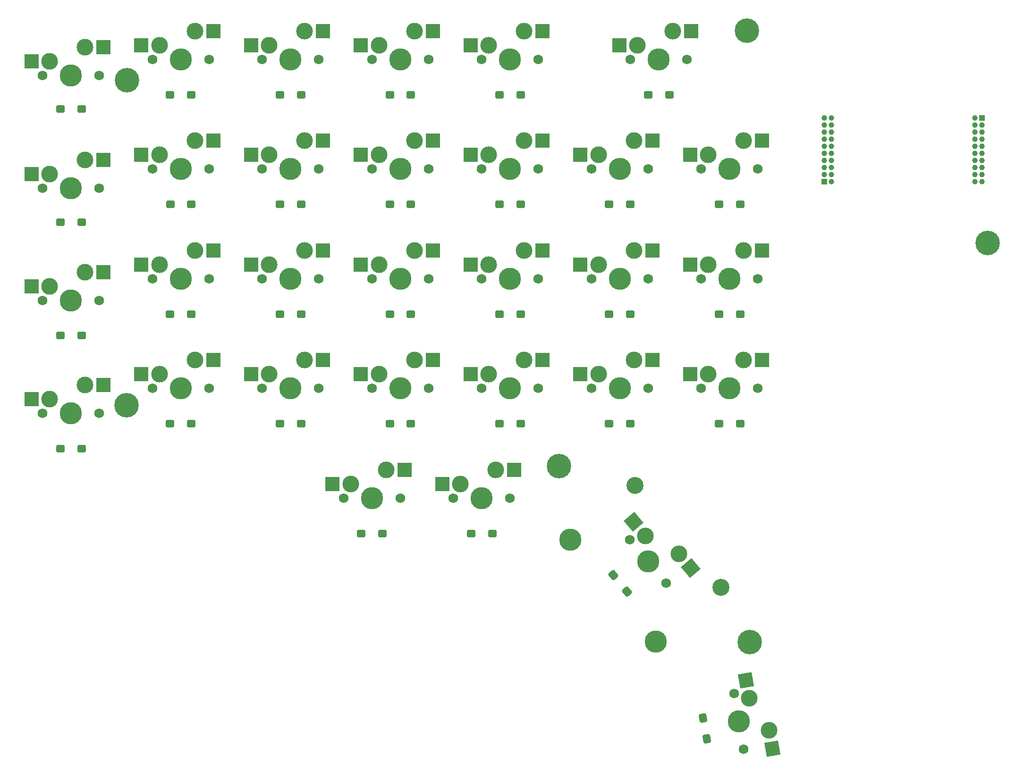
<source format=gbr>
%TF.GenerationSoftware,KiCad,Pcbnew,7.0.1*%
%TF.CreationDate,2023-03-23T04:50:53+01:00*%
%TF.ProjectId,Tiamat_v01_badge,5469616d-6174-45f7-9630-315f62616467,rev?*%
%TF.SameCoordinates,Original*%
%TF.FileFunction,Soldermask,Bot*%
%TF.FilePolarity,Negative*%
%FSLAX46Y46*%
G04 Gerber Fmt 4.6, Leading zero omitted, Abs format (unit mm)*
G04 Created by KiCad (PCBNEW 7.0.1) date 2023-03-23 04:50:53*
%MOMM*%
%LPD*%
G01*
G04 APERTURE LIST*
G04 Aperture macros list*
%AMRoundRect*
0 Rectangle with rounded corners*
0 $1 Rounding radius*
0 $2 $3 $4 $5 $6 $7 $8 $9 X,Y pos of 4 corners*
0 Add a 4 corners polygon primitive as box body*
4,1,4,$2,$3,$4,$5,$6,$7,$8,$9,$2,$3,0*
0 Add four circle primitives for the rounded corners*
1,1,$1+$1,$2,$3*
1,1,$1+$1,$4,$5*
1,1,$1+$1,$6,$7*
1,1,$1+$1,$8,$9*
0 Add four rect primitives between the rounded corners*
20,1,$1+$1,$2,$3,$4,$5,0*
20,1,$1+$1,$4,$5,$6,$7,0*
20,1,$1+$1,$6,$7,$8,$9,0*
20,1,$1+$1,$8,$9,$2,$3,0*%
%AMRotRect*
0 Rectangle, with rotation*
0 The origin of the aperture is its center*
0 $1 length*
0 $2 width*
0 $3 Rotation angle, in degrees counterclockwise*
0 Add horizontal line*
21,1,$1,$2,0,0,$3*%
G04 Aperture macros list end*
%ADD10R,2.550000X2.500000*%
%ADD11C,1.750000*%
%ADD12C,3.000000*%
%ADD13C,3.987800*%
%ADD14C,4.400000*%
%ADD15RotRect,2.550000X2.500000X310.000000*%
%ADD16C,3.048000*%
%ADD17RotRect,2.550000X2.500000X280.000000*%
%ADD18C,1.000000*%
%ADD19R,1.000000X1.000000*%
%ADD20RoundRect,0.350000X-0.422824X0.382387X-0.266541X-0.503940X0.422824X-0.382387X0.266541X0.503940X0*%
%ADD21RoundRect,0.350000X0.422824X-0.382387X0.266541X0.503940X-0.422824X0.382387X-0.266541X-0.503940X0*%
%ADD22RoundRect,0.350000X-0.450000X-0.350000X0.450000X-0.350000X0.450000X0.350000X-0.450000X0.350000X0*%
%ADD23RoundRect,0.350000X0.450000X0.350000X-0.450000X0.350000X-0.450000X-0.350000X0.450000X-0.350000X0*%
%ADD24RoundRect,0.350000X-0.557370X0.119744X0.021139X-0.569696X0.557370X-0.119744X-0.021139X0.569696X0*%
%ADD25RoundRect,0.350000X0.557370X-0.119744X-0.021139X0.569696X-0.557370X0.119744X0.021139X-0.569696X0*%
G04 APERTURE END LIST*
D10*
%TO.C,SW1*%
X37070500Y-30232300D03*
X24143500Y-32772300D03*
D11*
X36308500Y-35312300D03*
X26148500Y-35312300D03*
D12*
X27418500Y-32772300D03*
D13*
X31228500Y-35312300D03*
D12*
X33768500Y-30232300D03*
%TD*%
D14*
%TO.C,H6*%
X41275000Y-36195000D03*
%TD*%
%TO.C,H5*%
X41148000Y-94488000D03*
%TD*%
D12*
%TO.C,SW27*%
X140257686Y-121181186D03*
D13*
X134733500Y-122500794D03*
D12*
X134230232Y-117949484D03*
D11*
X131468139Y-118609288D03*
X137998861Y-126392300D03*
D15*
X132125103Y-115440689D03*
X142380171Y-123710665D03*
D16*
X147757919Y-127155961D03*
X132410722Y-108865884D03*
D13*
X136083402Y-136952044D03*
X120736205Y-118661967D03*
%TD*%
D12*
%TO.C,SW31*%
X156440257Y-152853756D03*
D13*
X150996367Y-151234477D03*
D12*
X152836179Y-147041293D03*
D11*
X150114234Y-146231654D03*
X151878500Y-156237300D03*
D17*
X152267481Y-143816048D03*
X157013643Y-156105591D03*
%TD*%
D12*
%TO.C,SW30*%
X151878500Y-86387300D03*
D13*
X149338500Y-91467300D03*
D12*
X145528500Y-88927300D03*
D11*
X144258500Y-91467300D03*
X154418500Y-91467300D03*
D10*
X142253500Y-88927300D03*
X155180500Y-86387300D03*
%TD*%
D12*
%TO.C,SW29*%
X151878500Y-66702300D03*
D13*
X149338500Y-71782300D03*
D12*
X145528500Y-69242300D03*
D11*
X144258500Y-71782300D03*
X154418500Y-71782300D03*
D10*
X142253500Y-69242300D03*
X155180500Y-66702300D03*
%TD*%
%TO.C,SW28*%
X155180500Y-47017300D03*
X142253500Y-49557300D03*
D11*
X154418500Y-52097300D03*
X144258500Y-52097300D03*
D12*
X145528500Y-49557300D03*
D13*
X149338500Y-52097300D03*
D12*
X151878500Y-47017300D03*
%TD*%
D10*
%TO.C,SW26*%
X135495500Y-86387300D03*
X122568500Y-88927300D03*
D11*
X134733500Y-91467300D03*
X124573500Y-91467300D03*
D12*
X125843500Y-88927300D03*
D13*
X129653500Y-91467300D03*
D12*
X132193500Y-86387300D03*
%TD*%
%TO.C,SW25*%
X132193500Y-66702300D03*
D13*
X129653500Y-71782300D03*
D12*
X125843500Y-69242300D03*
D11*
X124573500Y-71782300D03*
X134733500Y-71782300D03*
D10*
X122568500Y-69242300D03*
X135495500Y-66702300D03*
%TD*%
D12*
%TO.C,SW24*%
X132193500Y-47017300D03*
D13*
X129653500Y-52097300D03*
D12*
X125843500Y-49557300D03*
D11*
X124573500Y-52097300D03*
X134733500Y-52097300D03*
D10*
X122568500Y-49557300D03*
X135495500Y-47017300D03*
%TD*%
D12*
%TO.C,SW22*%
X107428500Y-106072300D03*
D13*
X104888500Y-111152300D03*
D12*
X101078500Y-108612300D03*
D11*
X99808500Y-111152300D03*
X109968500Y-111152300D03*
D10*
X97803500Y-108612300D03*
X110730500Y-106072300D03*
%TD*%
D12*
%TO.C,SW21*%
X112508500Y-86387300D03*
D13*
X109968500Y-91467300D03*
D12*
X106158500Y-88927300D03*
D11*
X104888500Y-91467300D03*
X115048500Y-91467300D03*
D10*
X102883500Y-88927300D03*
X115810500Y-86387300D03*
%TD*%
D12*
%TO.C,SW20*%
X112508500Y-66702300D03*
D13*
X109968500Y-71782300D03*
D12*
X106158500Y-69242300D03*
D11*
X104888500Y-71782300D03*
X115048500Y-71782300D03*
D10*
X102883500Y-69242300D03*
X115810500Y-66702300D03*
%TD*%
%TO.C,SW19*%
X115810500Y-47017300D03*
X102883500Y-49557300D03*
D11*
X115048500Y-52097300D03*
X104888500Y-52097300D03*
D12*
X106158500Y-49557300D03*
D13*
X109968500Y-52097300D03*
D12*
X112508500Y-47017300D03*
%TD*%
%TO.C,SW18*%
X112508500Y-27332300D03*
D13*
X109968500Y-32412300D03*
D12*
X106158500Y-29872300D03*
D11*
X104888500Y-32412300D03*
X115048500Y-32412300D03*
D10*
X102883500Y-29872300D03*
X115810500Y-27332300D03*
%TD*%
D12*
%TO.C,SW17*%
X87743500Y-106072300D03*
D13*
X85203500Y-111152300D03*
D12*
X81393500Y-108612300D03*
D11*
X80123500Y-111152300D03*
X90283500Y-111152300D03*
D10*
X78118500Y-108612300D03*
X91045500Y-106072300D03*
%TD*%
D12*
%TO.C,SW16*%
X92823500Y-86387300D03*
D13*
X90283500Y-91467300D03*
D12*
X86473500Y-88927300D03*
D11*
X85203500Y-91467300D03*
X95363500Y-91467300D03*
D10*
X83198500Y-88927300D03*
X96125500Y-86387300D03*
%TD*%
D12*
%TO.C,SW15*%
X92823500Y-66702300D03*
D13*
X90283500Y-71782300D03*
D12*
X86473500Y-69242300D03*
D11*
X85203500Y-71782300D03*
X95363500Y-71782300D03*
D10*
X83198500Y-69242300D03*
X96125500Y-66702300D03*
%TD*%
D12*
%TO.C,SW14*%
X92823500Y-47017300D03*
D13*
X90283500Y-52097300D03*
D12*
X86473500Y-49557300D03*
D11*
X85203500Y-52097300D03*
X95363500Y-52097300D03*
D10*
X83198500Y-49557300D03*
X96125500Y-47017300D03*
%TD*%
%TO.C,SW13*%
X96125500Y-27332300D03*
X83198500Y-29872300D03*
D11*
X95363500Y-32412300D03*
X85203500Y-32412300D03*
D12*
X86473500Y-29872300D03*
D13*
X90283500Y-32412300D03*
D12*
X92823500Y-27332300D03*
%TD*%
%TO.C,SW12*%
X73138500Y-86387300D03*
D13*
X70598500Y-91467300D03*
D12*
X66788500Y-88927300D03*
D11*
X65518500Y-91467300D03*
X75678500Y-91467300D03*
D10*
X63513500Y-88927300D03*
X76440500Y-86387300D03*
%TD*%
D12*
%TO.C,SW11*%
X73138500Y-66702300D03*
D13*
X70598500Y-71782300D03*
D12*
X66788500Y-69242300D03*
D11*
X65518500Y-71782300D03*
X75678500Y-71782300D03*
D10*
X63513500Y-69242300D03*
X76440500Y-66702300D03*
%TD*%
D12*
%TO.C,SW10*%
X73138500Y-47017300D03*
D13*
X70598500Y-52097300D03*
D12*
X66788500Y-49557300D03*
D11*
X65518500Y-52097300D03*
X75678500Y-52097300D03*
D10*
X63513500Y-49557300D03*
X76440500Y-47017300D03*
%TD*%
D12*
%TO.C,SW9*%
X73138500Y-27332300D03*
D13*
X70598500Y-32412300D03*
D12*
X66788500Y-29872300D03*
D11*
X65518500Y-32412300D03*
X75678500Y-32412300D03*
D10*
X63513500Y-29872300D03*
X76440500Y-27332300D03*
%TD*%
D12*
%TO.C,SW8*%
X53453500Y-86387300D03*
D13*
X50913500Y-91467300D03*
D12*
X47103500Y-88927300D03*
D11*
X45833500Y-91467300D03*
X55993500Y-91467300D03*
D10*
X43828500Y-88927300D03*
X56755500Y-86387300D03*
%TD*%
D12*
%TO.C,SW7*%
X53453500Y-66702300D03*
D13*
X50913500Y-71782300D03*
D12*
X47103500Y-69242300D03*
D11*
X45833500Y-71782300D03*
X55993500Y-71782300D03*
D10*
X43828500Y-69242300D03*
X56755500Y-66702300D03*
%TD*%
%TO.C,SW6*%
X56755500Y-47017300D03*
X43828500Y-49557300D03*
D11*
X55993500Y-52097300D03*
X45833500Y-52097300D03*
D12*
X47103500Y-49557300D03*
D13*
X50913500Y-52097300D03*
D12*
X53453500Y-47017300D03*
%TD*%
%TO.C,SW5*%
X53453500Y-27332300D03*
D13*
X50913500Y-32412300D03*
D12*
X47103500Y-29872300D03*
D11*
X45833500Y-32412300D03*
X55993500Y-32412300D03*
D10*
X43828500Y-29872300D03*
X56755500Y-27332300D03*
%TD*%
%TO.C,SW4*%
X37070500Y-90832300D03*
X24143500Y-93372300D03*
D11*
X36308500Y-95912300D03*
X26148500Y-95912300D03*
D12*
X27418500Y-93372300D03*
D13*
X31228500Y-95912300D03*
D12*
X33768500Y-90832300D03*
%TD*%
D18*
%TO.C,U1*%
X167589616Y-42919456D03*
X166319616Y-42919456D03*
X167589616Y-44189456D03*
X166319616Y-44189456D03*
X167589616Y-45459456D03*
X166319616Y-45459456D03*
X167589616Y-46729456D03*
X166319616Y-46729456D03*
X167589616Y-47999456D03*
X166319616Y-47999456D03*
X167589616Y-49269456D03*
X166319616Y-49269456D03*
X167589616Y-50539456D03*
X166319616Y-50539456D03*
X167589616Y-51809456D03*
X166319616Y-51809456D03*
X167589616Y-53079456D03*
X166319616Y-53079456D03*
X167589616Y-54349456D03*
D19*
X166319616Y-54349456D03*
D18*
X193319616Y-54349456D03*
X194589616Y-54349456D03*
X193319616Y-53079456D03*
X194589616Y-53079456D03*
X193319616Y-51809456D03*
X194589616Y-51809456D03*
X193319616Y-50539456D03*
X194589616Y-50539456D03*
X193319616Y-49269456D03*
X194589616Y-49269456D03*
X193319616Y-47999456D03*
X194589616Y-47999456D03*
X193319616Y-46729456D03*
X194589616Y-46729456D03*
X193319616Y-45459456D03*
X194589616Y-45459456D03*
X193319616Y-44189456D03*
X194589616Y-44189456D03*
X193319616Y-42919456D03*
D19*
X194589616Y-42919456D03*
%TD*%
D10*
%TO.C,SW23*%
X142480500Y-27332300D03*
X129553500Y-29872300D03*
D11*
X141718500Y-32412300D03*
X131558500Y-32412300D03*
D12*
X132828500Y-29872300D03*
D13*
X136638500Y-32412300D03*
D12*
X139178500Y-27332300D03*
%TD*%
%TO.C,SW3*%
X33768500Y-70632300D03*
D13*
X31228500Y-75712300D03*
D12*
X27418500Y-73172300D03*
D11*
X26148500Y-75712300D03*
X36308500Y-75712300D03*
D10*
X24143500Y-73172300D03*
X37070500Y-70632300D03*
%TD*%
D12*
%TO.C,SW2*%
X33768500Y-50432300D03*
D13*
X31228500Y-55512300D03*
D12*
X27418500Y-52972300D03*
D11*
X26148500Y-55512300D03*
X36308500Y-55512300D03*
D10*
X24143500Y-52972300D03*
X37070500Y-50432300D03*
%TD*%
D14*
%TO.C,H4*%
X118745000Y-105410000D03*
%TD*%
%TO.C,H3*%
X152400000Y-27305000D03*
%TD*%
%TO.C,H2*%
X195580000Y-65405000D03*
%TD*%
%TO.C,H1*%
X152908000Y-137033000D03*
%TD*%
D20*
%TO.C,D31*%
X145223432Y-154371938D03*
D21*
X144563568Y-150629668D03*
%TD*%
D22*
%TO.C,D30*%
X151233500Y-97817300D03*
D23*
X147433500Y-97817300D03*
%TD*%
D22*
%TO.C,D29*%
X151233500Y-78132300D03*
D23*
X147433500Y-78132300D03*
%TD*%
D22*
%TO.C,D28*%
X151233500Y-58447300D03*
D23*
X147433500Y-58447300D03*
%TD*%
D24*
%TO.C,D27*%
X130948299Y-127921287D03*
D25*
X128505707Y-125010319D03*
%TD*%
D22*
%TO.C,D26*%
X131548500Y-97817300D03*
D23*
X127748500Y-97817300D03*
%TD*%
D22*
%TO.C,D25*%
X131548500Y-78132300D03*
D23*
X127748500Y-78132300D03*
%TD*%
D22*
%TO.C,D24*%
X131548500Y-58447300D03*
D23*
X127748500Y-58447300D03*
%TD*%
D22*
%TO.C,D23*%
X138533500Y-38762300D03*
D23*
X134733500Y-38762300D03*
%TD*%
%TO.C,D22*%
X102993500Y-117502300D03*
D22*
X106793500Y-117502300D03*
%TD*%
D23*
%TO.C,D21*%
X108063500Y-97817300D03*
D22*
X111863500Y-97817300D03*
%TD*%
D23*
%TO.C,D20*%
X108073500Y-78132300D03*
D22*
X111873500Y-78132300D03*
%TD*%
D23*
%TO.C,D19*%
X108063500Y-58447300D03*
D22*
X111863500Y-58447300D03*
%TD*%
D23*
%TO.C,D18*%
X108063500Y-38762300D03*
D22*
X111863500Y-38762300D03*
%TD*%
D23*
%TO.C,D17*%
X83298500Y-117502300D03*
D22*
X87098500Y-117502300D03*
%TD*%
D23*
%TO.C,D16*%
X88388500Y-97817300D03*
D22*
X92188500Y-97817300D03*
%TD*%
D23*
%TO.C,D15*%
X88388500Y-78132300D03*
D22*
X92188500Y-78132300D03*
%TD*%
D23*
%TO.C,D14*%
X88388500Y-58447300D03*
D22*
X92188500Y-58447300D03*
%TD*%
D23*
%TO.C,D13*%
X88388500Y-38762300D03*
D22*
X92188500Y-38762300D03*
%TD*%
D23*
%TO.C,D12*%
X68703500Y-97817300D03*
D22*
X72503500Y-97817300D03*
%TD*%
D23*
%TO.C,D11*%
X68703500Y-78132300D03*
D22*
X72503500Y-78132300D03*
%TD*%
D23*
%TO.C,D10*%
X68693500Y-58447300D03*
D22*
X72493500Y-58447300D03*
%TD*%
D23*
%TO.C,D9*%
X68703500Y-38762300D03*
D22*
X72503500Y-38762300D03*
%TD*%
D23*
%TO.C,D8*%
X49008500Y-97817300D03*
D22*
X52808500Y-97817300D03*
%TD*%
D23*
%TO.C,D7*%
X49008500Y-78132300D03*
D22*
X52808500Y-78132300D03*
%TD*%
D23*
%TO.C,D6*%
X49018500Y-58447300D03*
D22*
X52818500Y-58447300D03*
%TD*%
D23*
%TO.C,D5*%
X49008500Y-38762300D03*
D22*
X52808500Y-38762300D03*
%TD*%
D23*
%TO.C,D4*%
X29328500Y-102262300D03*
D22*
X33128500Y-102262300D03*
%TD*%
D23*
%TO.C,D3*%
X29328500Y-81942300D03*
D22*
X33128500Y-81942300D03*
%TD*%
D23*
%TO.C,D2*%
X29333495Y-61622296D03*
D22*
X33133495Y-61622296D03*
%TD*%
D23*
%TO.C,D1*%
X29328500Y-41302300D03*
D22*
X33128500Y-41302300D03*
%TD*%
M02*

</source>
